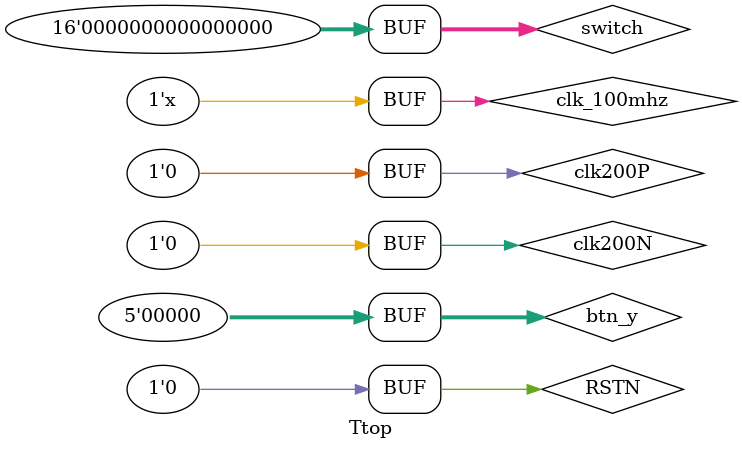
<source format=v>
`timescale 1ns / 1ps

module Ttop;

	// Inputs
	reg clk200P;
	reg clk200N;
	reg clk_100mhz;
	reg [4:0] btn_y;
	reg [15:0] switch;
	reg RSTN;

	// Outputs
	wire [4:0] btn_x;
	wire led_clk;
	wire led_do;
	wire led_pen;
	wire seg_clk;
	wire seg_do;
	wire seg_pen;
	wire [3:0] vga_red;
	wire [3:0] vga_green;
	wire [3:0] vga_blue;
	wire vga_h_sync;
	wire vga_v_sync;

	// Instantiate the Unit Under Test (UUT)
	top uut (
		.clk200P(clk200P), 
		.clk200N(clk200N), 
		.clk_100mhz(clk_100mhz),
		.btn_x(btn_x), 
		.btn_y(btn_y), 
		.switch(switch), 
		.RSTN(RSTN), 
		//.led_clk(led_clk), 
		//.led_do(led_do), 
		//.led_pen(led_pen), 
		.seg_clk(seg_clk), 
		.seg_do(seg_do), 
		.seg_pen(seg_pen), 
		.vga_red(vga_red), 
		.vga_green(vga_green), 
		.vga_blue(vga_blue), 
		.vga_h_sync(vga_h_sync), 
		.vga_v_sync(vga_v_sync)
	);

	initial begin
		// Initialize Inputs
		clk200P = 0;
		clk200N = 0;
		clk_100mhz = 1;
		btn_y = 0;
		switch = 0;
		RSTN = 1;

		// Wait 100 ns for global reset to finish
		#100;
		RSTN = 0;
		//#10000
		//RSTN = 1;
        
		// Add stimulus here

	end
	always @*
		#5
		clk_100mhz <= ~clk_100mhz;
      
endmodule


</source>
